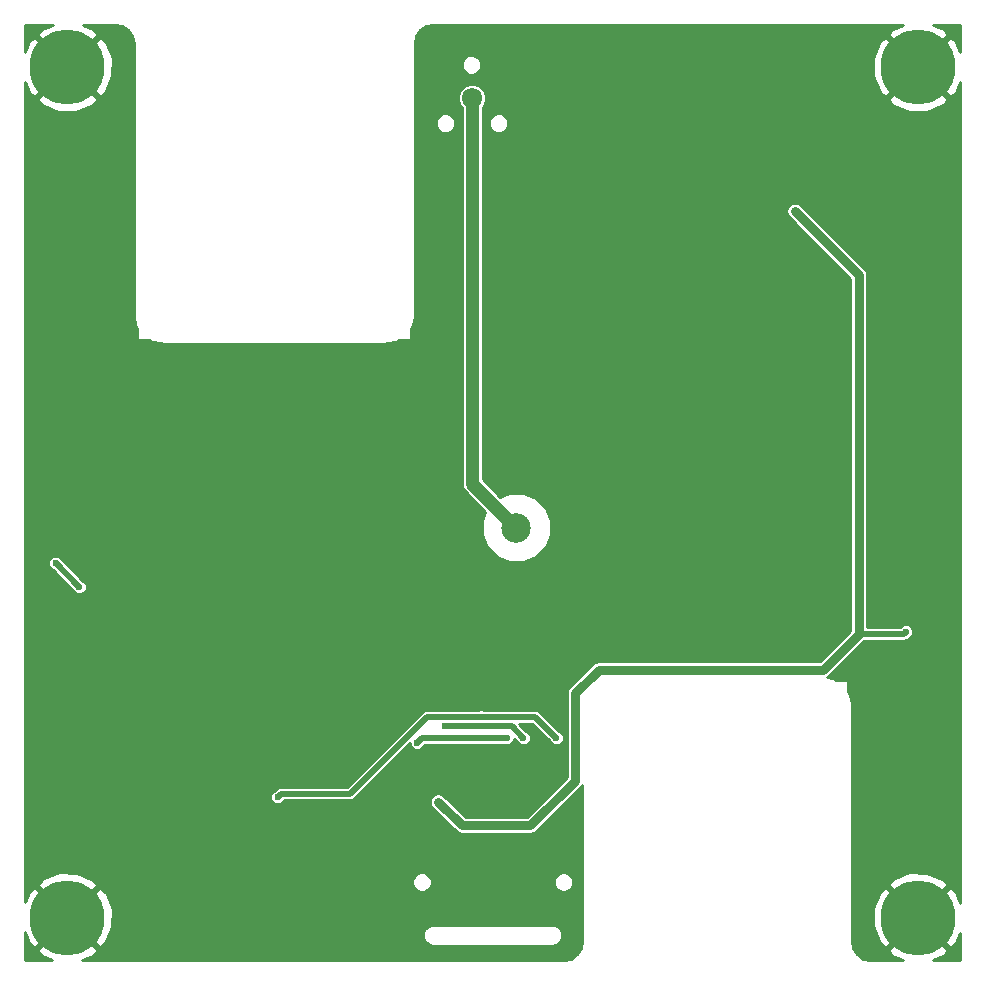
<source format=gbr>
G04 #@! TF.FileFunction,Copper,L2,Bot,Signal*
%FSLAX46Y46*%
G04 Gerber Fmt 4.6, Leading zero omitted, Abs format (unit mm)*
G04 Created by KiCad (PCBNEW 4.0.7-e2-6376~58~ubuntu16.04.1) date Mon Apr 23 10:52:02 2018*
%MOMM*%
%LPD*%
G01*
G04 APERTURE LIST*
%ADD10C,0.100000*%
%ADD11C,1.524000*%
%ADD12C,2.500000*%
%ADD13C,6.350000*%
%ADD14C,1.720000*%
%ADD15C,1.760000*%
%ADD16C,0.600000*%
%ADD17C,1.115380*%
%ADD18C,0.500000*%
%ADD19C,0.800000*%
%ADD20C,0.254000*%
G04 APERTURE END LIST*
D10*
D11*
X152000000Y-103000000D03*
D12*
X152000000Y-103000000D03*
D13*
X114000000Y-136000000D03*
X186000000Y-136000000D03*
X114000000Y-64000000D03*
X186000000Y-64000000D03*
D14*
X148260000Y-66600000D03*
X150500000Y-66600000D03*
D15*
X146000000Y-66600000D03*
D16*
X113000000Y-106000000D03*
X115000000Y-108000000D03*
X151200000Y-120800000D03*
X143600000Y-121200000D03*
X152600000Y-120800000D03*
X146000000Y-119800000D03*
X155400000Y-120800000D03*
X149000000Y-119000000D03*
X131800000Y-125800000D03*
X179200000Y-110800000D03*
X150000000Y-126000000D03*
X147000000Y-125600000D03*
X152800000Y-125600000D03*
X155000000Y-129600000D03*
X145000000Y-129800000D03*
X114200000Y-126600000D03*
X116000000Y-126400000D03*
X119200000Y-125400000D03*
X123800000Y-127600000D03*
X188000000Y-111400000D03*
X186200000Y-124000000D03*
X186000000Y-116000000D03*
X176000000Y-72800000D03*
X110800000Y-88000000D03*
X185800000Y-73800000D03*
X114200000Y-76200000D03*
X183800000Y-74000000D03*
X180600000Y-74800000D03*
X112800000Y-83400000D03*
X185000000Y-111800000D03*
X153200000Y-128200000D03*
X145400000Y-126200000D03*
X175575736Y-76200000D03*
D17*
X148260000Y-66600000D02*
X148260000Y-99260000D01*
X148260000Y-99260000D02*
X152000000Y-103000000D01*
D18*
X115000000Y-108000000D02*
X113000000Y-106000000D01*
X143600000Y-121200000D02*
X144000000Y-120800000D01*
X144000000Y-120800000D02*
X151200000Y-120800000D01*
X146000000Y-119800000D02*
X151600000Y-119800000D01*
X151600000Y-119800000D02*
X152600000Y-120800000D01*
X149000000Y-119000000D02*
X153600000Y-119000000D01*
X153600000Y-119000000D02*
X155400000Y-120800000D01*
X137899999Y-125500001D02*
X144400000Y-119000000D01*
X144400000Y-119000000D02*
X149000000Y-119000000D01*
X131800000Y-125800000D02*
X132099999Y-125500001D01*
X132099999Y-125500001D02*
X137899999Y-125500001D01*
X181000000Y-112000000D02*
X184800000Y-112000000D01*
X184800000Y-112000000D02*
X185000000Y-111800000D01*
D19*
X181000000Y-112000000D02*
X181000000Y-81624264D01*
X181000000Y-81624264D02*
X175575736Y-76200000D01*
X178000000Y-115000000D02*
X181000000Y-112000000D01*
X159000000Y-115000000D02*
X178000000Y-115000000D01*
X157000000Y-117000000D02*
X159000000Y-115000000D01*
X157000000Y-124400000D02*
X157000000Y-117000000D01*
X153200000Y-128200000D02*
X157000000Y-124400000D01*
X145400000Y-126200000D02*
X147400000Y-128200000D01*
X147400000Y-128200000D02*
X153200000Y-128200000D01*
D20*
G36*
X111863080Y-60755926D02*
X111820630Y-60784290D01*
X111456730Y-61277125D01*
X114000000Y-63820395D01*
X116543270Y-61277125D01*
X116179370Y-60784290D01*
X115273326Y-60402000D01*
X117960405Y-60402000D01*
X118608515Y-60530917D01*
X119124388Y-60875612D01*
X119469083Y-61391485D01*
X119598000Y-62039595D01*
X119598000Y-85000000D01*
X119605724Y-85038832D01*
X119605724Y-85078426D01*
X119757965Y-85843793D01*
X119817990Y-85988706D01*
X119873000Y-86071034D01*
X119873000Y-87000000D01*
X119883006Y-87049410D01*
X119911447Y-87091035D01*
X119953841Y-87118315D01*
X120000000Y-87127000D01*
X120928966Y-87127000D01*
X121011291Y-87182008D01*
X121011293Y-87182010D01*
X121156207Y-87242035D01*
X121921573Y-87394276D01*
X121961168Y-87394276D01*
X122000000Y-87402000D01*
X141000000Y-87402000D01*
X141038832Y-87394276D01*
X141078426Y-87394276D01*
X141843793Y-87242035D01*
X141988706Y-87182010D01*
X142071034Y-87127000D01*
X143000000Y-87127000D01*
X143049410Y-87116994D01*
X143091035Y-87088553D01*
X143118315Y-87046159D01*
X143127000Y-87000000D01*
X143127000Y-86071034D01*
X143182008Y-85988709D01*
X143182010Y-85988707D01*
X143242035Y-85843793D01*
X143394276Y-85078427D01*
X143394276Y-85038832D01*
X143402000Y-85000000D01*
X143402000Y-68913779D01*
X145172857Y-68913779D01*
X145298495Y-69217846D01*
X145530930Y-69450688D01*
X145834778Y-69576856D01*
X146163779Y-69577143D01*
X146467846Y-69451505D01*
X146700688Y-69219070D01*
X146826856Y-68915222D01*
X146827143Y-68586221D01*
X146701505Y-68282154D01*
X146469070Y-68049312D01*
X146165222Y-67923144D01*
X145836221Y-67922857D01*
X145532154Y-68048495D01*
X145299312Y-68280930D01*
X145173144Y-68584778D01*
X145172857Y-68913779D01*
X143402000Y-68913779D01*
X143402000Y-66835073D01*
X147072794Y-66835073D01*
X147253123Y-67271503D01*
X147375310Y-67393904D01*
X147375310Y-99260000D01*
X147442653Y-99598556D01*
X147634430Y-99885570D01*
X149384309Y-101635449D01*
X149061512Y-102412832D01*
X149060491Y-103582038D01*
X149506985Y-104662635D01*
X150333017Y-105490110D01*
X151412832Y-105938488D01*
X152582038Y-105939509D01*
X153662635Y-105493015D01*
X154490110Y-104666983D01*
X154938488Y-103587168D01*
X154939509Y-102417962D01*
X154493015Y-101337365D01*
X153666983Y-100509890D01*
X152587168Y-100061512D01*
X151417962Y-100060491D01*
X150635102Y-100383962D01*
X149144690Y-98893550D01*
X149144690Y-68913779D01*
X149672857Y-68913779D01*
X149798495Y-69217846D01*
X150030930Y-69450688D01*
X150334778Y-69576856D01*
X150663779Y-69577143D01*
X150967846Y-69451505D01*
X151200688Y-69219070D01*
X151326856Y-68915222D01*
X151327143Y-68586221D01*
X151201505Y-68282154D01*
X150969070Y-68049312D01*
X150665222Y-67923144D01*
X150336221Y-67922857D01*
X150032154Y-68048495D01*
X149799312Y-68280930D01*
X149673144Y-68584778D01*
X149672857Y-68913779D01*
X149144690Y-68913779D01*
X149144690Y-67394062D01*
X149265703Y-67273260D01*
X149446794Y-66837145D01*
X149446893Y-66722875D01*
X183456730Y-66722875D01*
X183820630Y-67215710D01*
X185217124Y-67804937D01*
X186732803Y-67814898D01*
X188136920Y-67244074D01*
X188179370Y-67215710D01*
X188543270Y-66722875D01*
X186000000Y-64179605D01*
X183456730Y-66722875D01*
X149446893Y-66722875D01*
X149447206Y-66364927D01*
X149266877Y-65928497D01*
X148933260Y-65594297D01*
X148497145Y-65413206D01*
X148024927Y-65412794D01*
X147588497Y-65593123D01*
X147254297Y-65926740D01*
X147073206Y-66362855D01*
X147072794Y-66835073D01*
X143402000Y-66835073D01*
X143402000Y-64732803D01*
X182185102Y-64732803D01*
X182755926Y-66136920D01*
X182784290Y-66179370D01*
X183277125Y-66543270D01*
X185820395Y-64000000D01*
X183277125Y-61456730D01*
X182784290Y-61820630D01*
X182195063Y-63217124D01*
X182185102Y-64732803D01*
X143402000Y-64732803D01*
X143402000Y-63963779D01*
X147372857Y-63963779D01*
X147498495Y-64267846D01*
X147730930Y-64500688D01*
X148034778Y-64626856D01*
X148363779Y-64627143D01*
X148667846Y-64501505D01*
X148900688Y-64269070D01*
X149026856Y-63965222D01*
X149027143Y-63636221D01*
X148901505Y-63332154D01*
X148669070Y-63099312D01*
X148365222Y-62973144D01*
X148036221Y-62972857D01*
X147732154Y-63098495D01*
X147499312Y-63330930D01*
X147373144Y-63634778D01*
X147372857Y-63963779D01*
X143402000Y-63963779D01*
X143402000Y-62039595D01*
X143530917Y-61391485D01*
X143875612Y-60875612D01*
X144391485Y-60530917D01*
X145039595Y-60402000D01*
X184733670Y-60402000D01*
X183863080Y-60755926D01*
X183820630Y-60784290D01*
X183456730Y-61277125D01*
X186000000Y-63820395D01*
X188543270Y-61277125D01*
X188179370Y-60784290D01*
X187273326Y-60402000D01*
X189598000Y-60402000D01*
X189598000Y-62733670D01*
X189244074Y-61863080D01*
X189215710Y-61820630D01*
X188722875Y-61456730D01*
X186179605Y-64000000D01*
X188722875Y-66543270D01*
X189215710Y-66179370D01*
X189598000Y-65273326D01*
X189598000Y-134733670D01*
X189244074Y-133863080D01*
X189215710Y-133820630D01*
X188722875Y-133456730D01*
X186179605Y-136000000D01*
X188722875Y-138543270D01*
X189215710Y-138179370D01*
X189598000Y-137273326D01*
X189598000Y-139598000D01*
X187266330Y-139598000D01*
X188136920Y-139244074D01*
X188179370Y-139215710D01*
X188543270Y-138722875D01*
X186000000Y-136179605D01*
X183456730Y-138722875D01*
X183820630Y-139215710D01*
X184726674Y-139598000D01*
X182039595Y-139598000D01*
X181391485Y-139469083D01*
X180875612Y-139124388D01*
X180530917Y-138608515D01*
X180402000Y-137960405D01*
X180402000Y-136732803D01*
X182185102Y-136732803D01*
X182755926Y-138136920D01*
X182784290Y-138179370D01*
X183277125Y-138543270D01*
X185820395Y-136000000D01*
X183277125Y-133456730D01*
X182784290Y-133820630D01*
X182195063Y-135217124D01*
X182185102Y-136732803D01*
X180402000Y-136732803D01*
X180402000Y-133277125D01*
X183456730Y-133277125D01*
X186000000Y-135820395D01*
X188543270Y-133277125D01*
X188179370Y-132784290D01*
X186782876Y-132195063D01*
X185267197Y-132185102D01*
X183863080Y-132755926D01*
X183820630Y-132784290D01*
X183456730Y-133277125D01*
X180402000Y-133277125D01*
X180402000Y-118000000D01*
X180394276Y-117961168D01*
X180394276Y-117921573D01*
X180242035Y-117156207D01*
X180182010Y-117011293D01*
X180182008Y-117011291D01*
X180127000Y-116928966D01*
X180127000Y-116000000D01*
X180116994Y-115950590D01*
X180088553Y-115908965D01*
X180046159Y-115881685D01*
X180000000Y-115873000D01*
X179071034Y-115873000D01*
X178988706Y-115817990D01*
X178843793Y-115757965D01*
X178308423Y-115651473D01*
X178514067Y-115514067D01*
X181451133Y-112577000D01*
X184799995Y-112577000D01*
X184800000Y-112577001D01*
X185020808Y-112533078D01*
X185208001Y-112408001D01*
X185234466Y-112381536D01*
X185354703Y-112331855D01*
X185531235Y-112155631D01*
X185626891Y-111925265D01*
X185627109Y-111675829D01*
X185531855Y-111445297D01*
X185355631Y-111268765D01*
X185125265Y-111173109D01*
X184875829Y-111172891D01*
X184645297Y-111268145D01*
X184490171Y-111423000D01*
X181727000Y-111423000D01*
X181727000Y-81624269D01*
X181727001Y-81624264D01*
X181671660Y-81346054D01*
X181671660Y-81346053D01*
X181514067Y-81110197D01*
X181514064Y-81110195D01*
X176089803Y-75685933D01*
X175853946Y-75528340D01*
X175575736Y-75472999D01*
X175297526Y-75528340D01*
X175061669Y-75685933D01*
X174904076Y-75921790D01*
X174848735Y-76200000D01*
X174904076Y-76478210D01*
X175061669Y-76714067D01*
X180273000Y-81925397D01*
X180273000Y-111698867D01*
X177698866Y-114273000D01*
X159000000Y-114273000D01*
X158721789Y-114328340D01*
X158485933Y-114485933D01*
X156485933Y-116485933D01*
X156328340Y-116721789D01*
X156328340Y-116721790D01*
X156272999Y-117000000D01*
X156273000Y-117000005D01*
X156273000Y-124098867D01*
X152898866Y-127473000D01*
X147701134Y-127473000D01*
X145914067Y-125685933D01*
X145678210Y-125528340D01*
X145400000Y-125472999D01*
X145121790Y-125528340D01*
X144885933Y-125685933D01*
X144728340Y-125921790D01*
X144672999Y-126200000D01*
X144728340Y-126478210D01*
X144885933Y-126714067D01*
X146885933Y-128714067D01*
X147121789Y-128871660D01*
X147400000Y-128927000D01*
X153199995Y-128927000D01*
X153200000Y-128927001D01*
X153432052Y-128880842D01*
X153478211Y-128871660D01*
X153714067Y-128714067D01*
X157514064Y-124914069D01*
X157514067Y-124914067D01*
X157598000Y-124788452D01*
X157598000Y-137960405D01*
X157469083Y-138608515D01*
X157124388Y-139124388D01*
X156608515Y-139469083D01*
X155960405Y-139598000D01*
X115266330Y-139598000D01*
X116136920Y-139244074D01*
X116179370Y-139215710D01*
X116543270Y-138722875D01*
X114000000Y-136179605D01*
X111456730Y-138722875D01*
X111820630Y-139215710D01*
X112726674Y-139598000D01*
X110402000Y-139598000D01*
X110402000Y-137266330D01*
X110755926Y-138136920D01*
X110784290Y-138179370D01*
X111277125Y-138543270D01*
X113820395Y-136000000D01*
X114179605Y-136000000D01*
X116722875Y-138543270D01*
X117215710Y-138179370D01*
X117535450Y-137421572D01*
X144105724Y-137421572D01*
X144105724Y-137578426D01*
X144143784Y-137769768D01*
X144143784Y-137769770D01*
X144170494Y-137834252D01*
X144203809Y-137914682D01*
X144203810Y-137914683D01*
X144312197Y-138076894D01*
X144367652Y-138132348D01*
X144423106Y-138187803D01*
X144585317Y-138296190D01*
X144585319Y-138296191D01*
X144610180Y-138306489D01*
X144730230Y-138356216D01*
X144730232Y-138356216D01*
X144921575Y-138394276D01*
X144961168Y-138394276D01*
X145000000Y-138402000D01*
X155000000Y-138402000D01*
X155038832Y-138394276D01*
X155078426Y-138394276D01*
X155269768Y-138356216D01*
X155269770Y-138356216D01*
X155354658Y-138321054D01*
X155414682Y-138296191D01*
X155414683Y-138296190D01*
X155576894Y-138187803D01*
X155632348Y-138132348D01*
X155687803Y-138076894D01*
X155796190Y-137914683D01*
X155856216Y-137769770D01*
X155856216Y-137769768D01*
X155894276Y-137578425D01*
X155894276Y-137421573D01*
X155894275Y-137421571D01*
X155856216Y-137230232D01*
X155856216Y-137230230D01*
X155796190Y-137085317D01*
X155687803Y-136923106D01*
X155632348Y-136867652D01*
X155576894Y-136812197D01*
X155414683Y-136703810D01*
X155414682Y-136703809D01*
X155322797Y-136665749D01*
X155269770Y-136643784D01*
X155269768Y-136643784D01*
X155078426Y-136605724D01*
X155038832Y-136605724D01*
X155000000Y-136598000D01*
X145000000Y-136598000D01*
X144961168Y-136605724D01*
X144921575Y-136605724D01*
X144730232Y-136643784D01*
X144730230Y-136643784D01*
X144610180Y-136693511D01*
X144585322Y-136703808D01*
X144585317Y-136703810D01*
X144423106Y-136812197D01*
X144367652Y-136867652D01*
X144312197Y-136923106D01*
X144203810Y-137085317D01*
X144203809Y-137085318D01*
X144190899Y-137116486D01*
X144143784Y-137230230D01*
X144143784Y-137230232D01*
X144105724Y-137421572D01*
X117535450Y-137421572D01*
X117804937Y-136782876D01*
X117814898Y-135267197D01*
X117244074Y-133863080D01*
X117215710Y-133820630D01*
X116722875Y-133456730D01*
X114179605Y-136000000D01*
X113820395Y-136000000D01*
X111277125Y-133456730D01*
X110784290Y-133820630D01*
X110402000Y-134726674D01*
X110402000Y-133277125D01*
X111456730Y-133277125D01*
X114000000Y-135820395D01*
X116543270Y-133277125D01*
X116459578Y-133163779D01*
X143172857Y-133163779D01*
X143298495Y-133467846D01*
X143530930Y-133700688D01*
X143834778Y-133826856D01*
X144163779Y-133827143D01*
X144467846Y-133701505D01*
X144700688Y-133469070D01*
X144826856Y-133165222D01*
X144826857Y-133163779D01*
X155172857Y-133163779D01*
X155298495Y-133467846D01*
X155530930Y-133700688D01*
X155834778Y-133826856D01*
X156163779Y-133827143D01*
X156467846Y-133701505D01*
X156700688Y-133469070D01*
X156826856Y-133165222D01*
X156827143Y-132836221D01*
X156701505Y-132532154D01*
X156469070Y-132299312D01*
X156165222Y-132173144D01*
X155836221Y-132172857D01*
X155532154Y-132298495D01*
X155299312Y-132530930D01*
X155173144Y-132834778D01*
X155172857Y-133163779D01*
X144826857Y-133163779D01*
X144827143Y-132836221D01*
X144701505Y-132532154D01*
X144469070Y-132299312D01*
X144165222Y-132173144D01*
X143836221Y-132172857D01*
X143532154Y-132298495D01*
X143299312Y-132530930D01*
X143173144Y-132834778D01*
X143172857Y-133163779D01*
X116459578Y-133163779D01*
X116179370Y-132784290D01*
X114782876Y-132195063D01*
X113267197Y-132185102D01*
X111863080Y-132755926D01*
X111820630Y-132784290D01*
X111456730Y-133277125D01*
X110402000Y-133277125D01*
X110402000Y-125924171D01*
X131172891Y-125924171D01*
X131268145Y-126154703D01*
X131444369Y-126331235D01*
X131674735Y-126426891D01*
X131924171Y-126427109D01*
X132154703Y-126331855D01*
X132331235Y-126155631D01*
X132363885Y-126077001D01*
X137899994Y-126077001D01*
X137899999Y-126077002D01*
X138120807Y-126033079D01*
X138308000Y-125908002D01*
X142972962Y-121243039D01*
X142972891Y-121324171D01*
X143068145Y-121554703D01*
X143244369Y-121731235D01*
X143474735Y-121826891D01*
X143724171Y-121827109D01*
X143954703Y-121731855D01*
X144131235Y-121555631D01*
X144181555Y-121434447D01*
X144239001Y-121377000D01*
X150954584Y-121377000D01*
X151074735Y-121426891D01*
X151324171Y-121427109D01*
X151554703Y-121331855D01*
X151731235Y-121155631D01*
X151826891Y-120925265D01*
X151826963Y-120842964D01*
X152018463Y-121034465D01*
X152068145Y-121154703D01*
X152244369Y-121331235D01*
X152474735Y-121426891D01*
X152724171Y-121427109D01*
X152954703Y-121331855D01*
X153131235Y-121155631D01*
X153226891Y-120925265D01*
X153227109Y-120675829D01*
X153131855Y-120445297D01*
X152955631Y-120268765D01*
X152834446Y-120218445D01*
X152193002Y-119577000D01*
X153360998Y-119577000D01*
X154818463Y-121034464D01*
X154868145Y-121154703D01*
X155044369Y-121331235D01*
X155274735Y-121426891D01*
X155524171Y-121427109D01*
X155754703Y-121331855D01*
X155931235Y-121155631D01*
X156026891Y-120925265D01*
X156027109Y-120675829D01*
X155931855Y-120445297D01*
X155755631Y-120268765D01*
X155634446Y-120218445D01*
X154008001Y-118591999D01*
X153820808Y-118466922D01*
X153600000Y-118422999D01*
X153599995Y-118423000D01*
X149245416Y-118423000D01*
X149125265Y-118373109D01*
X148875829Y-118372891D01*
X148754556Y-118423000D01*
X144400005Y-118423000D01*
X144400000Y-118422999D01*
X144179192Y-118466922D01*
X143991999Y-118591999D01*
X143991997Y-118592002D01*
X137660997Y-124923001D01*
X132100004Y-124923001D01*
X132099999Y-124923000D01*
X131879191Y-124966923D01*
X131691998Y-125092000D01*
X131691996Y-125092003D01*
X131565535Y-125218464D01*
X131445297Y-125268145D01*
X131268765Y-125444369D01*
X131173109Y-125674735D01*
X131172891Y-125924171D01*
X110402000Y-125924171D01*
X110402000Y-106124171D01*
X112372891Y-106124171D01*
X112468145Y-106354703D01*
X112644369Y-106531235D01*
X112765553Y-106581555D01*
X114418464Y-108234466D01*
X114468145Y-108354703D01*
X114644369Y-108531235D01*
X114874735Y-108626891D01*
X115124171Y-108627109D01*
X115354703Y-108531855D01*
X115531235Y-108355631D01*
X115626891Y-108125265D01*
X115627109Y-107875829D01*
X115531855Y-107645297D01*
X115355631Y-107468765D01*
X115234447Y-107418445D01*
X113581536Y-105765534D01*
X113531855Y-105645297D01*
X113355631Y-105468765D01*
X113125265Y-105373109D01*
X112875829Y-105372891D01*
X112645297Y-105468145D01*
X112468765Y-105644369D01*
X112373109Y-105874735D01*
X112372891Y-106124171D01*
X110402000Y-106124171D01*
X110402000Y-66722875D01*
X111456730Y-66722875D01*
X111820630Y-67215710D01*
X113217124Y-67804937D01*
X114732803Y-67814898D01*
X116136920Y-67244074D01*
X116179370Y-67215710D01*
X116543270Y-66722875D01*
X114000000Y-64179605D01*
X111456730Y-66722875D01*
X110402000Y-66722875D01*
X110402000Y-65266330D01*
X110755926Y-66136920D01*
X110784290Y-66179370D01*
X111277125Y-66543270D01*
X113820395Y-64000000D01*
X114179605Y-64000000D01*
X116722875Y-66543270D01*
X117215710Y-66179370D01*
X117804937Y-64782876D01*
X117814898Y-63267197D01*
X117244074Y-61863080D01*
X117215710Y-61820630D01*
X116722875Y-61456730D01*
X114179605Y-64000000D01*
X113820395Y-64000000D01*
X111277125Y-61456730D01*
X110784290Y-61820630D01*
X110402000Y-62726674D01*
X110402000Y-60402000D01*
X112733670Y-60402000D01*
X111863080Y-60755926D01*
X111863080Y-60755926D01*
G37*
X111863080Y-60755926D02*
X111820630Y-60784290D01*
X111456730Y-61277125D01*
X114000000Y-63820395D01*
X116543270Y-61277125D01*
X116179370Y-60784290D01*
X115273326Y-60402000D01*
X117960405Y-60402000D01*
X118608515Y-60530917D01*
X119124388Y-60875612D01*
X119469083Y-61391485D01*
X119598000Y-62039595D01*
X119598000Y-85000000D01*
X119605724Y-85038832D01*
X119605724Y-85078426D01*
X119757965Y-85843793D01*
X119817990Y-85988706D01*
X119873000Y-86071034D01*
X119873000Y-87000000D01*
X119883006Y-87049410D01*
X119911447Y-87091035D01*
X119953841Y-87118315D01*
X120000000Y-87127000D01*
X120928966Y-87127000D01*
X121011291Y-87182008D01*
X121011293Y-87182010D01*
X121156207Y-87242035D01*
X121921573Y-87394276D01*
X121961168Y-87394276D01*
X122000000Y-87402000D01*
X141000000Y-87402000D01*
X141038832Y-87394276D01*
X141078426Y-87394276D01*
X141843793Y-87242035D01*
X141988706Y-87182010D01*
X142071034Y-87127000D01*
X143000000Y-87127000D01*
X143049410Y-87116994D01*
X143091035Y-87088553D01*
X143118315Y-87046159D01*
X143127000Y-87000000D01*
X143127000Y-86071034D01*
X143182008Y-85988709D01*
X143182010Y-85988707D01*
X143242035Y-85843793D01*
X143394276Y-85078427D01*
X143394276Y-85038832D01*
X143402000Y-85000000D01*
X143402000Y-68913779D01*
X145172857Y-68913779D01*
X145298495Y-69217846D01*
X145530930Y-69450688D01*
X145834778Y-69576856D01*
X146163779Y-69577143D01*
X146467846Y-69451505D01*
X146700688Y-69219070D01*
X146826856Y-68915222D01*
X146827143Y-68586221D01*
X146701505Y-68282154D01*
X146469070Y-68049312D01*
X146165222Y-67923144D01*
X145836221Y-67922857D01*
X145532154Y-68048495D01*
X145299312Y-68280930D01*
X145173144Y-68584778D01*
X145172857Y-68913779D01*
X143402000Y-68913779D01*
X143402000Y-66835073D01*
X147072794Y-66835073D01*
X147253123Y-67271503D01*
X147375310Y-67393904D01*
X147375310Y-99260000D01*
X147442653Y-99598556D01*
X147634430Y-99885570D01*
X149384309Y-101635449D01*
X149061512Y-102412832D01*
X149060491Y-103582038D01*
X149506985Y-104662635D01*
X150333017Y-105490110D01*
X151412832Y-105938488D01*
X152582038Y-105939509D01*
X153662635Y-105493015D01*
X154490110Y-104666983D01*
X154938488Y-103587168D01*
X154939509Y-102417962D01*
X154493015Y-101337365D01*
X153666983Y-100509890D01*
X152587168Y-100061512D01*
X151417962Y-100060491D01*
X150635102Y-100383962D01*
X149144690Y-98893550D01*
X149144690Y-68913779D01*
X149672857Y-68913779D01*
X149798495Y-69217846D01*
X150030930Y-69450688D01*
X150334778Y-69576856D01*
X150663779Y-69577143D01*
X150967846Y-69451505D01*
X151200688Y-69219070D01*
X151326856Y-68915222D01*
X151327143Y-68586221D01*
X151201505Y-68282154D01*
X150969070Y-68049312D01*
X150665222Y-67923144D01*
X150336221Y-67922857D01*
X150032154Y-68048495D01*
X149799312Y-68280930D01*
X149673144Y-68584778D01*
X149672857Y-68913779D01*
X149144690Y-68913779D01*
X149144690Y-67394062D01*
X149265703Y-67273260D01*
X149446794Y-66837145D01*
X149446893Y-66722875D01*
X183456730Y-66722875D01*
X183820630Y-67215710D01*
X185217124Y-67804937D01*
X186732803Y-67814898D01*
X188136920Y-67244074D01*
X188179370Y-67215710D01*
X188543270Y-66722875D01*
X186000000Y-64179605D01*
X183456730Y-66722875D01*
X149446893Y-66722875D01*
X149447206Y-66364927D01*
X149266877Y-65928497D01*
X148933260Y-65594297D01*
X148497145Y-65413206D01*
X148024927Y-65412794D01*
X147588497Y-65593123D01*
X147254297Y-65926740D01*
X147073206Y-66362855D01*
X147072794Y-66835073D01*
X143402000Y-66835073D01*
X143402000Y-64732803D01*
X182185102Y-64732803D01*
X182755926Y-66136920D01*
X182784290Y-66179370D01*
X183277125Y-66543270D01*
X185820395Y-64000000D01*
X183277125Y-61456730D01*
X182784290Y-61820630D01*
X182195063Y-63217124D01*
X182185102Y-64732803D01*
X143402000Y-64732803D01*
X143402000Y-63963779D01*
X147372857Y-63963779D01*
X147498495Y-64267846D01*
X147730930Y-64500688D01*
X148034778Y-64626856D01*
X148363779Y-64627143D01*
X148667846Y-64501505D01*
X148900688Y-64269070D01*
X149026856Y-63965222D01*
X149027143Y-63636221D01*
X148901505Y-63332154D01*
X148669070Y-63099312D01*
X148365222Y-62973144D01*
X148036221Y-62972857D01*
X147732154Y-63098495D01*
X147499312Y-63330930D01*
X147373144Y-63634778D01*
X147372857Y-63963779D01*
X143402000Y-63963779D01*
X143402000Y-62039595D01*
X143530917Y-61391485D01*
X143875612Y-60875612D01*
X144391485Y-60530917D01*
X145039595Y-60402000D01*
X184733670Y-60402000D01*
X183863080Y-60755926D01*
X183820630Y-60784290D01*
X183456730Y-61277125D01*
X186000000Y-63820395D01*
X188543270Y-61277125D01*
X188179370Y-60784290D01*
X187273326Y-60402000D01*
X189598000Y-60402000D01*
X189598000Y-62733670D01*
X189244074Y-61863080D01*
X189215710Y-61820630D01*
X188722875Y-61456730D01*
X186179605Y-64000000D01*
X188722875Y-66543270D01*
X189215710Y-66179370D01*
X189598000Y-65273326D01*
X189598000Y-134733670D01*
X189244074Y-133863080D01*
X189215710Y-133820630D01*
X188722875Y-133456730D01*
X186179605Y-136000000D01*
X188722875Y-138543270D01*
X189215710Y-138179370D01*
X189598000Y-137273326D01*
X189598000Y-139598000D01*
X187266330Y-139598000D01*
X188136920Y-139244074D01*
X188179370Y-139215710D01*
X188543270Y-138722875D01*
X186000000Y-136179605D01*
X183456730Y-138722875D01*
X183820630Y-139215710D01*
X184726674Y-139598000D01*
X182039595Y-139598000D01*
X181391485Y-139469083D01*
X180875612Y-139124388D01*
X180530917Y-138608515D01*
X180402000Y-137960405D01*
X180402000Y-136732803D01*
X182185102Y-136732803D01*
X182755926Y-138136920D01*
X182784290Y-138179370D01*
X183277125Y-138543270D01*
X185820395Y-136000000D01*
X183277125Y-133456730D01*
X182784290Y-133820630D01*
X182195063Y-135217124D01*
X182185102Y-136732803D01*
X180402000Y-136732803D01*
X180402000Y-133277125D01*
X183456730Y-133277125D01*
X186000000Y-135820395D01*
X188543270Y-133277125D01*
X188179370Y-132784290D01*
X186782876Y-132195063D01*
X185267197Y-132185102D01*
X183863080Y-132755926D01*
X183820630Y-132784290D01*
X183456730Y-133277125D01*
X180402000Y-133277125D01*
X180402000Y-118000000D01*
X180394276Y-117961168D01*
X180394276Y-117921573D01*
X180242035Y-117156207D01*
X180182010Y-117011293D01*
X180182008Y-117011291D01*
X180127000Y-116928966D01*
X180127000Y-116000000D01*
X180116994Y-115950590D01*
X180088553Y-115908965D01*
X180046159Y-115881685D01*
X180000000Y-115873000D01*
X179071034Y-115873000D01*
X178988706Y-115817990D01*
X178843793Y-115757965D01*
X178308423Y-115651473D01*
X178514067Y-115514067D01*
X181451133Y-112577000D01*
X184799995Y-112577000D01*
X184800000Y-112577001D01*
X185020808Y-112533078D01*
X185208001Y-112408001D01*
X185234466Y-112381536D01*
X185354703Y-112331855D01*
X185531235Y-112155631D01*
X185626891Y-111925265D01*
X185627109Y-111675829D01*
X185531855Y-111445297D01*
X185355631Y-111268765D01*
X185125265Y-111173109D01*
X184875829Y-111172891D01*
X184645297Y-111268145D01*
X184490171Y-111423000D01*
X181727000Y-111423000D01*
X181727000Y-81624269D01*
X181727001Y-81624264D01*
X181671660Y-81346054D01*
X181671660Y-81346053D01*
X181514067Y-81110197D01*
X181514064Y-81110195D01*
X176089803Y-75685933D01*
X175853946Y-75528340D01*
X175575736Y-75472999D01*
X175297526Y-75528340D01*
X175061669Y-75685933D01*
X174904076Y-75921790D01*
X174848735Y-76200000D01*
X174904076Y-76478210D01*
X175061669Y-76714067D01*
X180273000Y-81925397D01*
X180273000Y-111698867D01*
X177698866Y-114273000D01*
X159000000Y-114273000D01*
X158721789Y-114328340D01*
X158485933Y-114485933D01*
X156485933Y-116485933D01*
X156328340Y-116721789D01*
X156328340Y-116721790D01*
X156272999Y-117000000D01*
X156273000Y-117000005D01*
X156273000Y-124098867D01*
X152898866Y-127473000D01*
X147701134Y-127473000D01*
X145914067Y-125685933D01*
X145678210Y-125528340D01*
X145400000Y-125472999D01*
X145121790Y-125528340D01*
X144885933Y-125685933D01*
X144728340Y-125921790D01*
X144672999Y-126200000D01*
X144728340Y-126478210D01*
X144885933Y-126714067D01*
X146885933Y-128714067D01*
X147121789Y-128871660D01*
X147400000Y-128927000D01*
X153199995Y-128927000D01*
X153200000Y-128927001D01*
X153432052Y-128880842D01*
X153478211Y-128871660D01*
X153714067Y-128714067D01*
X157514064Y-124914069D01*
X157514067Y-124914067D01*
X157598000Y-124788452D01*
X157598000Y-137960405D01*
X157469083Y-138608515D01*
X157124388Y-139124388D01*
X156608515Y-139469083D01*
X155960405Y-139598000D01*
X115266330Y-139598000D01*
X116136920Y-139244074D01*
X116179370Y-139215710D01*
X116543270Y-138722875D01*
X114000000Y-136179605D01*
X111456730Y-138722875D01*
X111820630Y-139215710D01*
X112726674Y-139598000D01*
X110402000Y-139598000D01*
X110402000Y-137266330D01*
X110755926Y-138136920D01*
X110784290Y-138179370D01*
X111277125Y-138543270D01*
X113820395Y-136000000D01*
X114179605Y-136000000D01*
X116722875Y-138543270D01*
X117215710Y-138179370D01*
X117535450Y-137421572D01*
X144105724Y-137421572D01*
X144105724Y-137578426D01*
X144143784Y-137769768D01*
X144143784Y-137769770D01*
X144170494Y-137834252D01*
X144203809Y-137914682D01*
X144203810Y-137914683D01*
X144312197Y-138076894D01*
X144367652Y-138132348D01*
X144423106Y-138187803D01*
X144585317Y-138296190D01*
X144585319Y-138296191D01*
X144610180Y-138306489D01*
X144730230Y-138356216D01*
X144730232Y-138356216D01*
X144921575Y-138394276D01*
X144961168Y-138394276D01*
X145000000Y-138402000D01*
X155000000Y-138402000D01*
X155038832Y-138394276D01*
X155078426Y-138394276D01*
X155269768Y-138356216D01*
X155269770Y-138356216D01*
X155354658Y-138321054D01*
X155414682Y-138296191D01*
X155414683Y-138296190D01*
X155576894Y-138187803D01*
X155632348Y-138132348D01*
X155687803Y-138076894D01*
X155796190Y-137914683D01*
X155856216Y-137769770D01*
X155856216Y-137769768D01*
X155894276Y-137578425D01*
X155894276Y-137421573D01*
X155894275Y-137421571D01*
X155856216Y-137230232D01*
X155856216Y-137230230D01*
X155796190Y-137085317D01*
X155687803Y-136923106D01*
X155632348Y-136867652D01*
X155576894Y-136812197D01*
X155414683Y-136703810D01*
X155414682Y-136703809D01*
X155322797Y-136665749D01*
X155269770Y-136643784D01*
X155269768Y-136643784D01*
X155078426Y-136605724D01*
X155038832Y-136605724D01*
X155000000Y-136598000D01*
X145000000Y-136598000D01*
X144961168Y-136605724D01*
X144921575Y-136605724D01*
X144730232Y-136643784D01*
X144730230Y-136643784D01*
X144610180Y-136693511D01*
X144585322Y-136703808D01*
X144585317Y-136703810D01*
X144423106Y-136812197D01*
X144367652Y-136867652D01*
X144312197Y-136923106D01*
X144203810Y-137085317D01*
X144203809Y-137085318D01*
X144190899Y-137116486D01*
X144143784Y-137230230D01*
X144143784Y-137230232D01*
X144105724Y-137421572D01*
X117535450Y-137421572D01*
X117804937Y-136782876D01*
X117814898Y-135267197D01*
X117244074Y-133863080D01*
X117215710Y-133820630D01*
X116722875Y-133456730D01*
X114179605Y-136000000D01*
X113820395Y-136000000D01*
X111277125Y-133456730D01*
X110784290Y-133820630D01*
X110402000Y-134726674D01*
X110402000Y-133277125D01*
X111456730Y-133277125D01*
X114000000Y-135820395D01*
X116543270Y-133277125D01*
X116459578Y-133163779D01*
X143172857Y-133163779D01*
X143298495Y-133467846D01*
X143530930Y-133700688D01*
X143834778Y-133826856D01*
X144163779Y-133827143D01*
X144467846Y-133701505D01*
X144700688Y-133469070D01*
X144826856Y-133165222D01*
X144826857Y-133163779D01*
X155172857Y-133163779D01*
X155298495Y-133467846D01*
X155530930Y-133700688D01*
X155834778Y-133826856D01*
X156163779Y-133827143D01*
X156467846Y-133701505D01*
X156700688Y-133469070D01*
X156826856Y-133165222D01*
X156827143Y-132836221D01*
X156701505Y-132532154D01*
X156469070Y-132299312D01*
X156165222Y-132173144D01*
X155836221Y-132172857D01*
X155532154Y-132298495D01*
X155299312Y-132530930D01*
X155173144Y-132834778D01*
X155172857Y-133163779D01*
X144826857Y-133163779D01*
X144827143Y-132836221D01*
X144701505Y-132532154D01*
X144469070Y-132299312D01*
X144165222Y-132173144D01*
X143836221Y-132172857D01*
X143532154Y-132298495D01*
X143299312Y-132530930D01*
X143173144Y-132834778D01*
X143172857Y-133163779D01*
X116459578Y-133163779D01*
X116179370Y-132784290D01*
X114782876Y-132195063D01*
X113267197Y-132185102D01*
X111863080Y-132755926D01*
X111820630Y-132784290D01*
X111456730Y-133277125D01*
X110402000Y-133277125D01*
X110402000Y-125924171D01*
X131172891Y-125924171D01*
X131268145Y-126154703D01*
X131444369Y-126331235D01*
X131674735Y-126426891D01*
X131924171Y-126427109D01*
X132154703Y-126331855D01*
X132331235Y-126155631D01*
X132363885Y-126077001D01*
X137899994Y-126077001D01*
X137899999Y-126077002D01*
X138120807Y-126033079D01*
X138308000Y-125908002D01*
X142972962Y-121243039D01*
X142972891Y-121324171D01*
X143068145Y-121554703D01*
X143244369Y-121731235D01*
X143474735Y-121826891D01*
X143724171Y-121827109D01*
X143954703Y-121731855D01*
X144131235Y-121555631D01*
X144181555Y-121434447D01*
X144239001Y-121377000D01*
X150954584Y-121377000D01*
X151074735Y-121426891D01*
X151324171Y-121427109D01*
X151554703Y-121331855D01*
X151731235Y-121155631D01*
X151826891Y-120925265D01*
X151826963Y-120842964D01*
X152018463Y-121034465D01*
X152068145Y-121154703D01*
X152244369Y-121331235D01*
X152474735Y-121426891D01*
X152724171Y-121427109D01*
X152954703Y-121331855D01*
X153131235Y-121155631D01*
X153226891Y-120925265D01*
X153227109Y-120675829D01*
X153131855Y-120445297D01*
X152955631Y-120268765D01*
X152834446Y-120218445D01*
X152193002Y-119577000D01*
X153360998Y-119577000D01*
X154818463Y-121034464D01*
X154868145Y-121154703D01*
X155044369Y-121331235D01*
X155274735Y-121426891D01*
X155524171Y-121427109D01*
X155754703Y-121331855D01*
X155931235Y-121155631D01*
X156026891Y-120925265D01*
X156027109Y-120675829D01*
X155931855Y-120445297D01*
X155755631Y-120268765D01*
X155634446Y-120218445D01*
X154008001Y-118591999D01*
X153820808Y-118466922D01*
X153600000Y-118422999D01*
X153599995Y-118423000D01*
X149245416Y-118423000D01*
X149125265Y-118373109D01*
X148875829Y-118372891D01*
X148754556Y-118423000D01*
X144400005Y-118423000D01*
X144400000Y-118422999D01*
X144179192Y-118466922D01*
X143991999Y-118591999D01*
X143991997Y-118592002D01*
X137660997Y-124923001D01*
X132100004Y-124923001D01*
X132099999Y-124923000D01*
X131879191Y-124966923D01*
X131691998Y-125092000D01*
X131691996Y-125092003D01*
X131565535Y-125218464D01*
X131445297Y-125268145D01*
X131268765Y-125444369D01*
X131173109Y-125674735D01*
X131172891Y-125924171D01*
X110402000Y-125924171D01*
X110402000Y-106124171D01*
X112372891Y-106124171D01*
X112468145Y-106354703D01*
X112644369Y-106531235D01*
X112765553Y-106581555D01*
X114418464Y-108234466D01*
X114468145Y-108354703D01*
X114644369Y-108531235D01*
X114874735Y-108626891D01*
X115124171Y-108627109D01*
X115354703Y-108531855D01*
X115531235Y-108355631D01*
X115626891Y-108125265D01*
X115627109Y-107875829D01*
X115531855Y-107645297D01*
X115355631Y-107468765D01*
X115234447Y-107418445D01*
X113581536Y-105765534D01*
X113531855Y-105645297D01*
X113355631Y-105468765D01*
X113125265Y-105373109D01*
X112875829Y-105372891D01*
X112645297Y-105468145D01*
X112468765Y-105644369D01*
X112373109Y-105874735D01*
X112372891Y-106124171D01*
X110402000Y-106124171D01*
X110402000Y-66722875D01*
X111456730Y-66722875D01*
X111820630Y-67215710D01*
X113217124Y-67804937D01*
X114732803Y-67814898D01*
X116136920Y-67244074D01*
X116179370Y-67215710D01*
X116543270Y-66722875D01*
X114000000Y-64179605D01*
X111456730Y-66722875D01*
X110402000Y-66722875D01*
X110402000Y-65266330D01*
X110755926Y-66136920D01*
X110784290Y-66179370D01*
X111277125Y-66543270D01*
X113820395Y-64000000D01*
X114179605Y-64000000D01*
X116722875Y-66543270D01*
X117215710Y-66179370D01*
X117804937Y-64782876D01*
X117814898Y-63267197D01*
X117244074Y-61863080D01*
X117215710Y-61820630D01*
X116722875Y-61456730D01*
X114179605Y-64000000D01*
X113820395Y-64000000D01*
X111277125Y-61456730D01*
X110784290Y-61820630D01*
X110402000Y-62726674D01*
X110402000Y-60402000D01*
X112733670Y-60402000D01*
X111863080Y-60755926D01*
M02*

</source>
